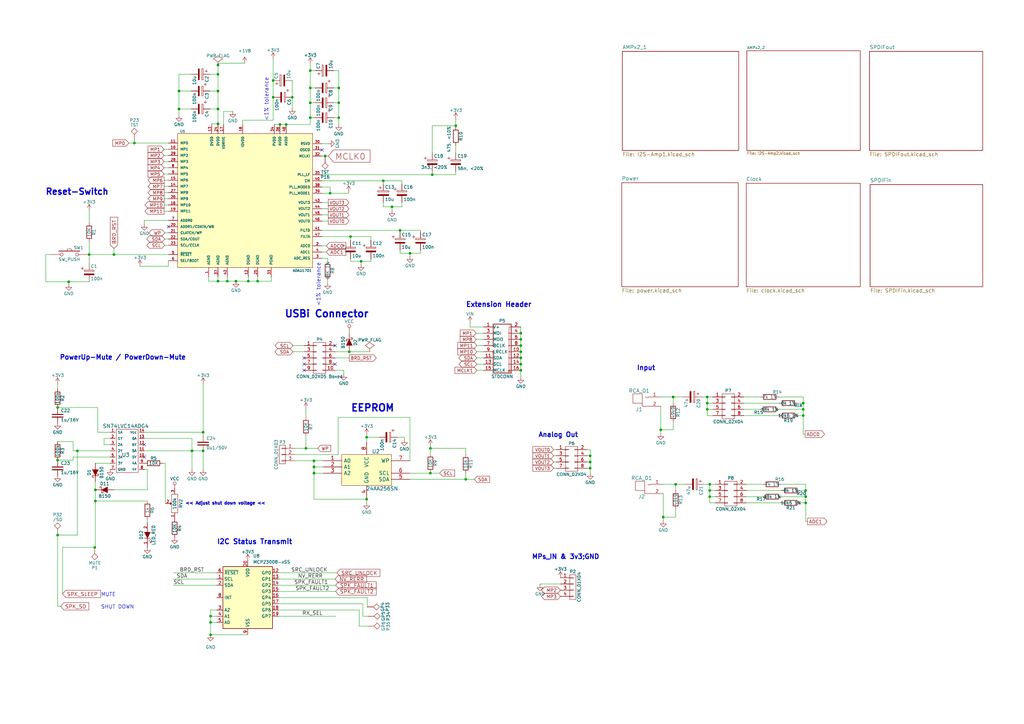
<source format=kicad_sch>
(kicad_sch (version 20230121) (generator eeschema)
  (paper "A3")
  (title_block (title "freeDSP-AiO") (date "2018-08-09") (rev "V1.0") (company "TUD") (comment 1 "Friedrich, Hoffmann, Kaiser, Schindler") (comment 2 "Hauptseminar Kommunikationsnetze"))
  (junction (at 330.454 201.168))
  (junction (at 119.888 39.878))
  (junction (at 272.034 212.09))
  (junction (at 242.062 192.024))
  (junction (at 329.438 165.354))
  (junction (at 127.254 36.068))
  (junction (at 127.254 42.164))
  (junction (at 191.008 196.596))
  (junction (at 117.348 51.054))
  (junction (at 138.938 36.068))
  (junction (at 168.148 103.886))
  (junction (at 143.764 97.028))
  (junction (at 31.75 184.912))
  (junction (at 128.778 194.056))
  (junction (at 176.53 194.056))
  (junction (at 148.082 107.188))
  (junction (at 276.098 162.814))
  (junction (at 39.116 205.486))
  (junction (at 330.454 203.708))
  (junction (at 89.408 26.67))
  (junction (at 291.084 201.168))
  (junction (at 213.614 149.352))
  (junction (at 213.614 151.892))
  (junction (at 73.406 37.338))
  (junction (at 164.084 94.488))
  (junction (at 23.622 219.456))
  (junction (at 291.084 198.628))
  (junction (at 186.944 51.562))
  (junction (at 128.778 188.976))
  (junction (at 213.614 144.272))
  (junction (at 242.062 186.944))
  (junction (at 112.014 33.02))
  (junction (at 291.084 203.708))
  (junction (at 89.408 44.704))
  (junction (at 101.854 115.316))
  (junction (at 125.476 183.896))
  (junction (at 290.068 165.354))
  (junction (at 83.312 184.912))
  (junction (at 83.312 177.292))
  (junction (at 133.35 64.008))
  (junction (at 277.114 198.628))
  (junction (at 114.808 51.054))
  (junction (at 242.062 189.484))
  (junction (at 36.576 104.394))
  (junction (at 176.53 183.896))
  (junction (at 89.408 115.316))
  (junction (at 213.614 141.732))
  (junction (at 290.068 162.814))
  (junction (at 157.226 74.168))
  (junction (at 213.614 146.812))
  (junction (at 290.068 167.894))
  (junction (at 89.408 37.338))
  (junction (at 23.622 188.722))
  (junction (at 89.408 30.48))
  (junction (at 86.36 255.27))
  (junction (at 329.438 170.434))
  (junction (at 135.382 79.248))
  (junction (at 39.116 200.914))
  (junction (at 73.406 44.704))
  (junction (at 105.664 115.316))
  (junction (at 330.454 206.248))
  (junction (at 86.36 260.35))
  (junction (at 93.218 115.316))
  (junction (at 28.194 115.57))
  (junction (at 329.438 167.894))
  (junction (at 46.736 104.394))
  (junction (at 271.018 176.276))
  (junction (at 78.74 184.912))
  (junction (at 138.938 42.164))
  (junction (at 160.782 84.836))
  (junction (at 143.256 144.272))
  (junction (at 112.014 39.878))
  (junction (at 89.408 50.8))
  (junction (at 127.254 28.956))
  (junction (at 128.778 191.516))
  (junction (at 138.938 48.26))
  (junction (at 55.118 58.674))
  (junction (at 38.862 224.536))
  (junction (at 177.292 71.628))
  (junction (at 86.36 252.73))
  (junction (at 213.614 136.652))
  (junction (at 150.368 204.724))
  (junction (at 213.614 139.192))
  (junction (at 150.368 179.324))
  (junction (at 23.622 167.132))
  (junction (at 96.774 115.316))
  (junction (at 127.254 48.26))
  (no_connect (at 59.182 182.372))
  (no_connect (at 124.714 151.892))
  (no_connect (at 69.088 92.964))
  (no_connect (at 137.414 149.352))
  (no_connect (at 137.414 141.732))
  (no_connect (at 124.714 146.812))
  (no_connect (at 132.08 61.468))
  (no_connect (at 59.182 187.452))
  (no_connect (at 124.714 149.352))
  (wire (pts (xy 60.452 213.106) (xy 60.452 214.376)))
  (wire (pts (xy 91.694 45.72) (xy 95.504 45.72)))
  (wire (pts (xy 242.062 192.024) (xy 240.792 192.024)))
  (wire (pts (xy 45.212 184.912) (xy 31.75 184.912)))
  (wire (pts (xy 67.564 95.504) (xy 69.088 95.504)))
  (wire (pts (xy 36.576 104.394) (xy 36.576 107.95)))
  (wire (pts (xy 330.454 206.248) (xy 330.454 213.868)))
  (wire (pts (xy 86.36 250.19) (xy 88.9 250.19)))
  (wire (pts (xy 114.808 51.054) (xy 117.348 51.054)))
  (wire (pts (xy 132.08 100.838) (xy 133.858 100.838)))
  (wire (pts (xy 157.226 84.836) (xy 160.782 84.836)))
  (wire (pts (xy 89.408 37.338) (xy 89.408 44.704)))
  (wire (pts (xy 277.114 208.788) (xy 277.114 212.09)))
  (wire (pts (xy 177.292 62.738) (xy 177.292 51.562)))
  (wire (pts (xy 120.904 186.436) (xy 138.684 186.436)))
  (wire (pts (xy 127.254 36.068) (xy 127.254 28.956)))
  (wire (pts (xy 20.828 104.394) (xy 18.796 104.394)))
  (wire (pts (xy 290.068 170.434) (xy 292.354 170.434)))
  (wire (pts (xy 40.132 177.292) (xy 45.212 177.292)))
  (wire (pts (xy 213.614 136.652) (xy 213.614 139.192)))
  (wire (pts (xy 329.438 170.434) (xy 329.438 178.054)))
  (wire (pts (xy 78.486 37.338) (xy 73.406 37.338)))
  (wire (pts (xy 328.168 201.168) (xy 330.454 201.168)))
  (wire (pts (xy 143.002 79.248) (xy 143.002 78.74)))
  (wire (pts (xy 177.292 51.562) (xy 186.944 51.562)))
  (wire (pts (xy 86.36 252.73) (xy 86.36 255.27)))
  (wire (pts (xy 55.118 57.658) (xy 55.118 58.674)))
  (wire (pts (xy 89.408 113.538) (xy 89.408 115.316)))
  (wire (pts (xy 147.32 250.19) (xy 147.32 256.794)))
  (wire (pts (xy 71.12 237.49) (xy 88.9 237.49)))
  (wire (pts (xy 36.068 104.394) (xy 36.576 104.394)))
  (wire (pts (xy 148.082 108.458) (xy 148.082 107.188)))
  (wire (pts (xy 73.406 30.48) (xy 73.406 37.338)))
  (wire (pts (xy 42.672 182.372) (xy 45.212 182.372)))
  (wire (pts (xy 67.31 73.914) (xy 69.088 73.914)))
  (wire (pts (xy 128.778 204.724) (xy 150.368 204.724)))
  (wire (pts (xy 125.476 167.64) (xy 125.476 171.196)))
  (wire (pts (xy 140.97 151.892) (xy 140.97 153.416)))
  (wire (pts (xy 213.614 139.192) (xy 213.614 141.732)))
  (wire (pts (xy 117.348 51.054) (xy 127.254 51.054)))
  (wire (pts (xy 305.054 170.434) (xy 319.532 170.434)))
  (wire (pts (xy 272.034 212.09) (xy 272.034 213.614)))
  (wire (pts (xy 168.148 171.196) (xy 168.148 188.976)))
  (wire (pts (xy 329.438 162.814) (xy 329.438 165.354)))
  (wire (pts (xy 164.084 94.488) (xy 172.466 94.488)))
  (wire (pts (xy 242.062 186.944) (xy 242.062 189.484)))
  (wire (pts (xy 176.53 194.056) (xy 180.34 194.056)))
  (wire (pts (xy 132.08 90.678) (xy 134.62 90.678)))
  (wire (pts (xy 150.368 178.308) (xy 150.368 179.324)))
  (wire (pts (xy 242.062 192.024) (xy 242.062 194.056)))
  (wire (pts (xy 276.098 162.814) (xy 280.162 162.814)))
  (wire (pts (xy 125.476 183.896) (xy 130.302 183.896)))
  (wire (pts (xy 271.018 162.814) (xy 276.098 162.814)))
  (wire (pts (xy 195.326 139.192) (xy 198.374 139.192)))
  (wire (pts (xy 31.75 219.456) (xy 31.75 184.912)))
  (wire (pts (xy 105.664 115.316) (xy 105.664 113.538)))
  (wire (pts (xy 89.408 115.316) (xy 93.218 115.316)))
  (wire (pts (xy 36.576 99.06) (xy 36.576 104.394)))
  (wire (pts (xy 67.564 98.044) (xy 69.088 98.044)))
  (wire (pts (xy 305.054 165.354) (xy 319.532 165.354)))
  (wire (pts (xy 119.888 33.02) (xy 119.888 39.878)))
  (wire (pts (xy 148.844 252.73) (xy 150.876 252.73)))
  (wire (pts (xy 186.944 71.628) (xy 186.944 70.358)))
  (wire (pts (xy 213.614 146.812) (xy 213.614 149.352)))
  (wire (pts (xy 112.014 49.276) (xy 99.568 49.276)))
  (wire (pts (xy 127.254 42.164) (xy 127.254 36.068)))
  (wire (pts (xy 67.31 61.214) (xy 69.088 61.214)))
  (wire (pts (xy 67.31 71.374) (xy 69.088 71.374)))
  (wire (pts (xy 288.798 198.628) (xy 291.084 198.628)))
  (wire (pts (xy 25.654 224.536) (xy 25.654 243.586)))
  (wire (pts (xy 71.12 240.03) (xy 88.9 240.03)))
  (wire (pts (xy 242.062 189.484) (xy 242.062 192.024)))
  (wire (pts (xy 23.622 167.132) (xy 40.132 167.132)))
  (wire (pts (xy 227.076 186.944) (xy 228.092 186.944)))
  (wire (pts (xy 143.764 97.028) (xy 143.764 98.552)))
  (wire (pts (xy 195.58 146.812) (xy 198.374 146.812)))
  (wire (pts (xy 111.252 115.316) (xy 111.252 113.538)))
  (wire (pts (xy 136.906 36.068) (xy 138.938 36.068)))
  (wire (pts (xy 150.622 245.11) (xy 150.622 248.92)))
  (wire (pts (xy 78.74 179.832) (xy 78.74 184.912)))
  (wire (pts (xy 135.382 79.248) (xy 143.002 79.248)))
  (wire (pts (xy 128.778 194.056) (xy 128.778 204.724)))
  (wire (pts (xy 125.476 178.816) (xy 125.476 183.896)))
  (wire (pts (xy 186.944 59.69) (xy 186.944 62.738)))
  (wire (pts (xy 57.404 109.22) (xy 69.088 109.22)))
  (wire (pts (xy 55.118 58.674) (xy 69.088 58.674)))
  (wire (pts (xy 136.906 48.26) (xy 138.938 48.26)))
  (wire (pts (xy 290.068 162.814) (xy 292.354 162.814)))
  (wire (pts (xy 127.254 51.054) (xy 127.254 48.26)))
  (wire (pts (xy 127.254 36.068) (xy 129.286 36.068)))
  (wire (pts (xy 191.008 183.896) (xy 191.008 186.436)))
  (wire (pts (xy 67.31 68.834) (xy 69.088 68.834)))
  (wire (pts (xy 271.018 176.276) (xy 271.018 177.8)))
  (wire (pts (xy 86.868 50.8) (xy 89.408 50.8)))
  (wire (pts (xy 291.084 201.168) (xy 293.37 201.168)))
  (wire (pts (xy 67.818 189.992) (xy 67.818 206.502)))
  (wire (pts (xy 291.084 198.628) (xy 293.37 198.628)))
  (wire (pts (xy 164.846 84.836) (xy 164.846 83.058)))
  (wire (pts (xy 132.08 74.168) (xy 157.226 74.168)))
  (wire (pts (xy 86.36 260.35) (xy 101.6 260.35)))
  (wire (pts (xy 23.622 181.102) (xy 29.972 181.102)))
  (wire (pts (xy 155.448 179.324) (xy 150.368 179.324)))
  (wire (pts (xy 78.74 184.912) (xy 78.74 192.532)))
  (wire (pts (xy 136.906 42.164) (xy 138.938 42.164)))
  (wire (pts (xy 290.068 165.354) (xy 290.068 167.894)))
  (wire (pts (xy 213.614 141.732) (xy 213.614 144.272)))
  (wire (pts (xy 78.486 44.704) (xy 73.406 44.704)))
  (wire (pts (xy 152.146 97.028) (xy 152.146 98.552)))
  (wire (pts (xy 23.622 157.48) (xy 23.622 159.512)))
  (wire (pts (xy 164.084 102.616) (xy 164.084 103.886)))
  (wire (pts (xy 305.054 167.894) (xy 311.912 167.894)))
  (wire (pts (xy 73.406 44.704) (xy 73.406 47.244)))
  (wire (pts (xy 101.854 113.538) (xy 101.854 115.316)))
  (wire (pts (xy 150.368 204.724) (xy 150.368 206.248)))
  (wire (pts (xy 67.31 78.994) (xy 69.088 78.994)))
  (wire (pts (xy 306.07 198.628) (xy 312.928 198.628)))
  (wire (pts (xy 172.466 94.488) (xy 172.466 94.996)))
  (wire (pts (xy 290.068 167.894) (xy 290.068 170.434)))
  (wire (pts (xy 271.018 166.624) (xy 271.018 176.276)))
  (wire (pts (xy 329.438 167.894) (xy 329.438 170.434)))
  (wire (pts (xy 287.782 162.814) (xy 290.068 162.814)))
  (wire (pts (xy 330.454 203.708) (xy 330.454 206.248)))
  (wire (pts (xy 39.116 197.612) (xy 39.116 200.914)))
  (wire (pts (xy 192.786 134.112) (xy 198.374 134.112)))
  (wire (pts (xy 143.764 107.188) (xy 148.082 107.188)))
  (wire (pts (xy 42.672 179.832) (xy 42.672 182.372)))
  (wire (pts (xy 148.844 247.65) (xy 148.844 252.73)))
  (wire (pts (xy 306.07 201.168) (xy 320.548 201.168)))
  (wire (pts (xy 112.014 33.02) (xy 112.014 39.878)))
  (wire (pts (xy 85.598 113.538) (xy 85.598 115.316)))
  (wire (pts (xy 46.736 101.854) (xy 46.736 104.394)))
  (wire (pts (xy 112.014 39.878) (xy 112.014 49.276)))
  (wire (pts (xy 276.098 176.276) (xy 271.018 176.276)))
  (wire (pts (xy 120.904 183.896) (xy 125.476 183.896)))
  (wire (pts (xy 138.684 186.436) (xy 138.684 171.196)))
  (wire (pts (xy 291.084 203.708) (xy 291.084 206.248)))
  (wire (pts (xy 96.774 115.316) (xy 101.854 115.316)))
  (wire (pts (xy 83.312 177.292) (xy 83.312 178.562)))
  (wire (pts (xy 69.088 109.22) (xy 69.088 106.934)))
  (wire (pts (xy 291.084 198.628) (xy 291.084 201.168)))
  (wire (pts (xy 28.194 115.57) (xy 28.194 116.586)))
  (wire (pts (xy 128.778 191.516) (xy 132.588 191.516)))
  (wire (pts (xy 23.622 248.666) (xy 24.892 248.666)))
  (wire (pts (xy 163.068 179.324) (xy 165.862 179.324)))
  (wire (pts (xy 18.796 115.57) (xy 28.194 115.57)))
  (wire (pts (xy 329.438 165.354) (xy 329.438 167.894)))
  (wire (pts (xy 143.256 144.272) (xy 151.638 144.272)))
  (wire (pts (xy 164.084 103.886) (xy 168.148 103.886)))
  (wire (pts (xy 176.53 194.056) (xy 176.53 193.802)))
  (wire (pts (xy 134.366 116.078) (xy 134.366 114.808)))
  (wire (pts (xy 127.254 48.26) (xy 127.254 42.164)))
  (wire (pts (xy 186.944 48.768) (xy 186.944 51.562)))
  (wire (pts (xy 164.846 74.168) (xy 164.846 75.438)))
  (wire (pts (xy 86.36 252.73) (xy 88.9 252.73)))
  (wire (pts (xy 150.368 179.324) (xy 150.368 181.356)))
  (wire (pts (xy 29.972 187.452) (xy 45.212 187.452)))
  (wire (pts (xy 176.53 183.896) (xy 176.53 186.182)))
  (wire (pts (xy 195.326 136.652) (xy 198.374 136.652)))
  (wire (pts (xy 319.532 162.814) (xy 329.438 162.814)))
  (wire (pts (xy 29.972 184.912) (xy 29.972 181.102)))
  (wire (pts (xy 221.488 239.522) (xy 229.87 239.522)))
  (wire (pts (xy 132.08 88.138) (xy 134.62 88.138)))
  (wire (pts (xy 46.736 200.914) (xy 60.452 200.914)))
  (wire (pts (xy 143.764 97.028) (xy 152.146 97.028)))
  (wire (pts (xy 36.576 104.394) (xy 46.736 104.394)))
  (wire (pts (xy 39.116 224.536) (xy 39.116 205.486)))
  (wire (pts (xy 134.366 107.188) (xy 134.366 105.918)))
  (wire (pts (xy 191.008 196.596) (xy 194.564 196.596)))
  (wire (pts (xy 60.452 192.532) (xy 60.452 200.914)))
  (wire (pts (xy 152.146 107.188) (xy 152.146 106.172)))
  (wire (pts (xy 132.08 85.598) (xy 134.62 85.598)))
  (wire (pts (xy 227.076 184.404) (xy 228.092 184.404)))
  (wire (pts (xy 213.614 134.112) (xy 213.614 136.652)))
  (wire (pts (xy 114.3 240.03) (xy 137.668 240.03)))
  (wire (pts (xy 39.116 189.992) (xy 45.212 189.992)))
  (wire (pts (xy 138.938 48.26) (xy 138.938 51.054)))
  (wire (pts (xy 40.132 167.132) (xy 40.132 177.292)))
  (wire (pts (xy 176.53 182.88) (xy 176.53 183.896)))
  (wire (pts (xy 138.684 171.196) (xy 168.148 171.196)))
  (wire (pts (xy 86.36 250.19) (xy 86.36 252.73)))
  (wire (pts (xy 89.408 30.48) (xy 89.408 37.338)))
  (wire (pts (xy 137.414 146.812) (xy 143.256 146.812)))
  (wire (pts (xy 165.862 179.324) (xy 165.862 180.34)))
  (wire (pts (xy 120.142 141.732) (xy 124.714 141.732)))
  (wire (pts (xy 168.148 105.156) (xy 168.148 103.886)))
  (wire (pts (xy 127.254 28.956) (xy 127.254 26.162)))
  (wire (pts (xy 120.142 144.272) (xy 124.714 144.272)))
  (wire (pts (xy 36.576 86.36) (xy 36.576 91.44)))
  (wire (pts (xy 86.106 37.338) (xy 89.408 37.338)))
  (wire (pts (xy 119.634 33.02) (xy 119.888 33.02)))
  (wire (pts (xy 127.254 48.26) (xy 129.286 48.26)))
  (wire (pts (xy 78.74 184.912) (xy 83.312 184.912)))
  (wire (pts (xy 67.31 66.294) (xy 69.088 66.294)))
  (wire (pts (xy 137.414 144.272) (xy 143.256 144.272)))
  (wire (pts (xy 172.466 103.886) (xy 172.466 102.616)))
  (wire (pts (xy 291.084 201.168) (xy 291.084 203.708)))
  (wire (pts (xy 71.12 234.95) (xy 88.9 234.95)))
  (wire (pts (xy 143.256 135.636) (xy 143.256 136.652)))
  (wire (pts (xy 119.888 39.878) (xy 119.888 44.45)))
  (wire (pts (xy 136.906 28.956) (xy 138.938 28.956)))
  (wire (pts (xy 319.532 167.894) (xy 329.438 167.894)))
  (wire (pts (xy 114.3 252.73) (xy 137.668 252.73)))
  (wire (pts (xy 86.868 50.8) (xy 86.868 51.054)))
  (wire (pts (xy 132.08 76.708) (xy 135.382 76.708)))
  (wire (pts (xy 157.226 74.168) (xy 164.846 74.168)))
  (wire (pts (xy 89.408 25.908) (xy 89.408 26.67)))
  (wire (pts (xy 105.664 115.316) (xy 111.252 115.316)))
  (wire (pts (xy 240.792 184.404) (xy 242.062 184.404)))
  (wire (pts (xy 59.182 91.948) (xy 59.182 90.424)))
  (wire (pts (xy 240.792 189.484) (xy 242.062 189.484)))
  (wire (pts (xy 128.778 188.976) (xy 128.778 191.516)))
  (wire (pts (xy 329.438 178.054) (xy 330.2 178.054)))
  (wire (pts (xy 23.622 219.456) (xy 23.622 248.666)))
  (wire (pts (xy 67.31 86.614) (xy 69.088 86.614)))
  (wire (pts (xy 240.792 186.944) (xy 242.062 186.944)))
  (wire (pts (xy 242.062 184.404) (xy 242.062 186.944)))
  (wire (pts (xy 112.014 39.878) (xy 112.268 39.878)))
  (wire (pts (xy 177.292 70.358) (xy 177.292 71.628)))
  (wire (pts (xy 85.598 115.316) (xy 89.408 115.316)))
  (wire (pts (xy 114.3 247.65) (xy 148.844 247.65)))
  (wire (pts (xy 138.938 28.956) (xy 138.938 36.068)))
  (wire (pts (xy 330.454 213.868) (xy 331.216 213.868)))
  (wire (pts (xy 67.31 81.534) (xy 69.088 81.534)))
  (wire (pts (xy 132.08 83.058) (xy 134.62 83.058)))
  (wire (pts (xy 132.08 94.488) (xy 164.084 94.488)))
  (wire (pts (xy 147.32 256.794) (xy 150.876 256.794)))
  (wire (pts (xy 18.796 104.394) (xy 18.796 115.57)))
  (wire (pts (xy 28.194 115.57) (xy 36.576 115.57)))
  (wire (pts (xy 93.218 115.316) (xy 96.774 115.316)))
  (wire (pts (xy 59.182 179.832) (xy 78.74 179.832)))
  (wire (pts (xy 138.938 42.164) (xy 138.938 48.26)))
  (wire (pts (xy 23.622 219.456) (xy 31.75 219.456)))
  (wire (pts (xy 168.148 196.596) (xy 191.008 196.596)))
  (wire (pts (xy 132.08 103.378) (xy 133.858 103.378)))
  (wire (pts (xy 67.31 76.454) (xy 69.088 76.454)))
  (wire (pts (xy 114.3 242.57) (xy 137.668 242.57)))
  (wire (pts (xy 73.406 37.338) (xy 73.406 44.704)))
  (wire (pts (xy 195.58 144.272) (xy 198.374 144.272)))
  (wire (pts (xy 134.366 105.918) (xy 132.08 105.918)))
  (wire (pts (xy 157.226 83.058) (xy 157.226 84.836)))
  (wire (pts (xy 83.312 157.48) (xy 83.312 177.292)))
  (wire (pts (xy 277.114 212.09) (xy 272.034 212.09)))
  (wire (pts (xy 132.08 79.248) (xy 135.382 79.248)))
  (wire (pts (xy 160.782 86.36) (xy 160.782 84.836)))
  (wire (pts (xy 101.854 115.316) (xy 105.664 115.316)))
  (wire (pts (xy 150.368 204.216) (xy 150.368 204.724)))
  (wire (pts (xy 306.07 203.708) (xy 312.928 203.708)))
  (wire (pts (xy 320.548 198.628) (xy 330.454 198.628)))
  (wire (pts (xy 120.904 188.976) (xy 128.778 188.976)))
  (wire (pts (xy 227.076 189.484) (xy 228.092 189.484)))
  (wire (pts (xy 39.116 205.486) (xy 60.452 205.486)))
  (wire (pts (xy 327.152 170.434) (xy 329.438 170.434)))
  (wire (pts (xy 132.08 71.628) (xy 177.292 71.628)))
  (wire (pts (xy 327.152 165.354) (xy 329.438 165.354)))
  (wire (pts (xy 137.414 151.892) (xy 140.97 151.892)))
  (wire (pts (xy 128.778 194.056) (xy 132.588 194.056)))
  (wire (pts (xy 112.522 51.054) (xy 114.808 51.054)))
  (wire (pts (xy 291.084 203.708) (xy 293.37 203.708)))
  (wire (pts (xy 39.116 200.914) (xy 39.37 200.914)))
  (wire (pts (xy 164.084 94.488) (xy 164.084 94.996)))
  (wire (pts (xy 213.614 144.272) (xy 213.614 146.812)))
  (wire (pts (xy 227.076 192.024) (xy 228.092 192.024)))
  (wire (pts (xy 89.408 25.908) (xy 100.33 25.908)))
  (wire (pts (xy 86.36 255.27) (xy 86.36 260.35)))
  (wire (pts (xy 52.832 58.674) (xy 55.118 58.674)))
  (wire (pts (xy 114.3 237.49) (xy 137.414 237.49)))
  (wire (pts (xy 114.3 250.19) (xy 147.32 250.19)))
  (wire (pts (xy 168.148 194.056) (xy 176.53 194.056)))
  (wire (pts (xy 23.622 188.722) (xy 29.972 188.722)))
  (wire (pts (xy 290.068 165.354) (xy 292.354 165.354)))
  (wire (pts (xy 127.254 28.956) (xy 129.286 28.956)))
  (wire (pts (xy 191.008 196.596) (xy 191.008 194.056)))
  (wire (pts (xy 276.098 172.974) (xy 276.098 176.276)))
  (wire (pts (xy 305.054 162.814) (xy 311.912 162.814)))
  (wire (pts (xy 330.454 198.628) (xy 330.454 201.168)))
  (wire (pts (xy 83.312 192.532) (xy 83.312 184.912)))
  (wire (pts (xy 86.106 44.704) (xy 89.408 44.704)))
  (wire (pts (xy 291.084 206.248) (xy 293.37 206.248)))
  (wire (pts (xy 45.212 179.832) (xy 42.672 179.832)))
  (wire (pts (xy 160.782 84.836) (xy 164.846 84.836)))
  (wire (pts (xy 86.36 255.27) (xy 88.9 255.27)))
  (wire (pts (xy 157.226 74.168) (xy 157.226 75.438)))
  (wire (pts (xy 31.75 184.912) (xy 29.972 184.912)))
  (wire (pts (xy 46.736 104.394) (xy 69.088 104.394)))
  (wire (pts (xy 25.654 224.536) (xy 38.862 224.536)))
  (wire (pts (xy 290.068 167.894) (xy 292.354 167.894)))
  (wire (pts (xy 59.182 184.912) (xy 78.74 184.912)))
  (wire (pts (xy 195.58 149.352) (xy 198.374 149.352)))
  (wire (pts (xy 135.382 76.708) (xy 135.382 79.248)))
  (wire (pts (xy 148.082 107.188) (xy 152.146 107.188)))
  (wire (pts (xy 112.014 24.13) (xy 112.014 33.02)))
  (wire (pts (xy 276.098 165.354) (xy 276.098 162.814)))
  (wire (pts (xy 132.08 58.928) (xy 134.62 58.928)))
  (wire (pts (xy 60.452 192.532) (xy 59.182 192.532)))
  (wire (pts (xy 114.3 245.11) (xy 150.622 245.11)))
  (wire (pts (xy 78.486 30.48) (xy 73.406 30.48)))
  (wire (pts (xy 272.034 202.438) (xy 272.034 212.09)))
  (wire (pts (xy 132.08 97.028) (xy 143.764 97.028)))
  (wire (pts (xy 86.106 30.48) (xy 89.408 30.48)))
  (wire (pts (xy 195.58 141.732) (xy 198.374 141.732)))
  (wire (pts (xy 29.972 188.722) (xy 29.972 187.452)))
  (wire (pts (xy 221.488 239.776) (xy 221.488 239.522)))
  (wire (pts (xy 93.218 115.316) (xy 93.218 113.538)))
  (wire (pts (xy 176.53 183.896) (xy 191.008 183.896)))
  (wire (pts (xy 133.35 64.008) (xy 134.62 64.008)))
  (wire (pts (xy 290.068 162.814) (xy 290.068 165.354)))
  (wire (pts (xy 128.778 188.976) (xy 132.588 188.976)))
  (wire (pts (xy 39.116 205.486) (xy 39.116 200.914)))
  (wire (pts (xy 277.114 198.628) (xy 281.178 198.628)))
  (wire (pts (xy 89.408 26.67) (xy 89.408 30.48)))
  (wire (pts (xy 67.31 63.754) (xy 69.088 63.754)))
  (wire (pts (xy 328.168 206.248) (xy 330.454 206.248)))
  (wire (pts (xy 38.862 224.536) (xy 39.116 224.536)))
  (wire (pts (xy 272.034 198.628) (xy 277.114 198.628)))
  (wire (pts (xy 89.408 44.704) (xy 89.408 50.8)))
  (wire (pts (xy 59.182 90.424) (xy 69.088 90.424)))
  (wire (pts (xy 192.786 132.334) (xy 192.786 134.112)))
  (wire (pts (xy 143.764 106.172) (xy 143.764 107.188)))
  (wire (pts (xy 168.148 103.886) (xy 172.466 103.886)))
  (wire (pts (xy 277.114 201.168) (xy 277.114 198.628)))
  (wire (pts (xy 91.694 45.72) (xy 91.694 51.054)))
  (wire (pts (xy 138.938 36.068) (xy 138.938 42.164)))
  (wire (pts (xy 195.58 151.892) (xy 198.374 151.892)))
  (wire (pts (xy 67.564 100.584) (xy 69.088 100.584)))
  (wire (pts (xy 133.35 64.262) (xy 133.35 64.008)))
  (wire (pts (xy 213.614 151.892) (xy 213.614 154.686)))
  (wire (pts (xy 186.944 51.562) (xy 186.944 52.07)))
  (wire (pts (xy 67.31 84.074) (xy 69.088 84.074)))
  (wire (pts (xy 127.254 42.164) (xy 129.286 42.164)))
  (wire (pts (xy 306.07 206.248) (xy 320.548 206.248)))
  (wire (pts (xy 177.292 71.628) (xy 186.944 71.628)))
  (wire (pts (xy 128.778 191.516) (xy 128.778 194.056)))
  (wire (pts (xy 59.182 177.292) (xy 83.312 177.292)))
  (wire (pts (xy 99.568 49.276) (xy 99.568 51.054)))
  (wire (pts (xy 320.548 203.708) (xy 330.454 203.708)))
  (wire (pts (xy 138.176 234.95) (xy 114.3 234.95)))
  (wire (pts (xy 330.454 201.168) (xy 330.454 203.708)))
  (wire (pts (xy 132.08 64.008) (xy 133.35 64.008)))
  (wire (pts (xy 89.408 50.8) (xy 89.408 51.054)))
  (wire (pts (xy 213.614 149.352) (xy 213.614 151.892)))
  (wire (pts (xy 66.802 189.992) (xy 67.818 189.992)))
  (text "MPs_IN & 3v3;GND" (at 218.059 229.616 0) (effects (font (size 1.9304 1.9304) (thickness 0.3861) bold) (justify left bottom)))
  (text "PowerUp-Mute / PowerDown-Mute" (at 24.384 147.828 0) (effects (font (size 1.9304 1.9304) (thickness 0.3861) bold) (justify left bottom)))
  (text "I2C Status Transmit" (at 88.9 223.52 0) (effects (font (size 2.032 2.032) (thickness 0.4064) bold) (justify left bottom)))
  (text "MUTE" (at 41.402 244.856 0) (effects (font (size 1.524 1.524)) (justify left bottom)))
  (text "Extension Header" (at 191.008 126.238 0) (effects (font (size 2.032 2.032) (thickness 0.4064) bold) (justify left bottom)))
  (text "Analog Out" (at 220.726 179.578 0) (effects (font (size 1.9304 1.9304) (thickness 0.3861) bold) (justify left bottom)))
  (text "USBi Connector" (at 116.586 130.556 0) (effects (font (size 2.8956 2.8956) (thickness 0.5791) bold) (justify left bottom)))
  (text "<< Adjust shut down voltage <<" (at 75.946 207.264 0) (effects (font (size 1.27 1.27) (thickness 0.3861) bold) (justify left bottom)))
  (text "SHUT DOWN" (at 41.402 249.936 0) (effects (font (size 1.524 1.524)) (justify left bottom)))
  (text "Reset-Switch" (at 18.542 80.264 0) (effects (font (size 2.5146 2.5146) (thickness 0.5029) bold) (justify left bottom)))
  (text "Input" (at 261.112 152.146 0) (effects (font (size 1.9304 1.9304) (thickness 0.3861) bold) (justify left bottom)))
  (text "<1% tolerance" (at 131.572 107.696 90) (effects (font (size 1.6002 1.6002)) (justify right bottom)))
  (text "<1% tolerance" (at 110.236 31.75 90) (effects (font (size 1.6002 1.6002)) (justify right bottom)))
  (text "EEPROM" (at 143.764 169.164 0) (effects (font (size 2.8956 2.8956) (thickness 0.5791) bold) (justify left bottom)))
  (label "SPK_FAULT1" (at 120.65 240.03 0) (effects (font (size 1.524 1.524))))
  (label "SRC_UNLOCK" (at 119.38 234.95 0) (effects (font (size 1.524 1.524))))
  (label "SPK_FAULT2" (at 121.158 242.57 0) (effects (font (size 1.524 1.524))))
  (label "BRD_RST" (at 73.66 234.95 0) (effects (font (size 1.524 1.524))))
  (label "NV_RERR" (at 122.174 237.49 0) (effects (font (size 1.524 1.524))))
  (label "RX_SEL" (at 123.952 252.73 0) (effects (font (size 1.524 1.524))))
  (label "SCL" (at 71.12 240.03 0) (effects (font (size 1.524 1.524))))
  (label "SDA" (at 72.39 237.49 0) (effects (font (size 1.524 1.524))))
  (global_label "MP9" (shape output) (at 67.31 81.534 180) (effects (font (size 1.3208 1.3208))) (property "Intersheetrefs" "${INTERSHEET_REFS}" (effects hide)))
  (global_label "VOUT0" (shape output) (at 134.62 90.678 0) (effects (font (size 1.2954 1.2954))) (property "Intersheetrefs" "${INTERSHEET_REFS}" (effects hide)))
  (global_label "MP8" (shape input) (at 195.326 139.192 180) (effects (font (size 1.3208 1.3208))) (property "Intersheetrefs" "${INTERSHEET_REFS}" (effects hide)))
  (global_label "SPK_SD" (shape input) (at 24.892 248.666 0) (effects (font (size 1.524 1.524))) (property "Intersheetrefs" "${INTERSHEET_REFS}" (effects hide)))
  (global_label "MP2" (shape input) (at 67.31 63.754 180) (effects (font (size 1.3208 1.3208))) (property "Intersheetrefs" "${INTERSHEET_REFS}" (effects hide)))
  (global_label "ADC1" (shape input) (at 133.858 103.378 0) (effects (font (size 1.397 1.397))) (property "Intersheetrefs" "${INTERSHEET_REFS}" (effects hide)))
  (global_label "SDA" (shape input) (at 194.564 196.596 0) (effects (font (size 1.3208 1.3208))) (property "Intersheetrefs" "${INTERSHEET_REFS}" (effects hide)))
  (global_label "SRC_UNLOCK" (shape input) (at 138.176 234.95 0) (effects (font (size 1.524 1.524))) (property "Intersheetrefs" "${INTERSHEET_REFS}" (effects hide)))
  (global_label "MP2" (shape bidirectional) (at 229.87 242.062 180) (effects (font (size 1.3208 1.3208))) (property "Intersheetrefs" "${INTERSHEET_REFS}" (effects hide)))
  (global_label "MCLK0" (shape input) (at 134.62 64.008 0) (effects (font (size 2.5146 2.5146))) (property "Intersheetrefs" "${INTERSHEET_REFS}" (effects hide)))
  (global_label "SDA" (shape bidirectional) (at 195.58 146.812 180) (effects (font (size 1.3208 1.3208))) (property "Intersheetrefs" "${INTERSHEET_REFS}" (effects hide)))
  (global_label "SCL" (shape bidirectional) (at 120.142 141.732 180) (effects (font (size 1.3208 1.3208))) (property "Intersheetrefs" "${INTERSHEET_REFS}" (effects hide)))
  (global_label "VOUT0" (shape input) (at 227.076 184.404 180) (effects (font (size 1.2954 1.2954))) (property "Intersheetrefs" "${INTERSHEET_REFS}" (effects hide)))
  (global_label "VOUT3" (shape input) (at 227.076 192.024 180) (effects (font (size 1.2954 1.2954))) (property "Intersheetrefs" "${INTERSHEET_REFS}" (effects hide)))
  (global_label "MP0" (shape input) (at 52.832 58.674 180) (effects (font (size 1.3208 1.3208))) (property "Intersheetrefs" "${INTERSHEET_REFS}" (effects hide)))
  (global_label "WP" (shape input) (at 130.302 183.896 0) (effects (font (size 1.3208 1.3208))) (property "Intersheetrefs" "${INTERSHEET_REFS}" (effects hide)))
  (global_label "MCLK1" (shape input) (at 195.58 151.892 180) (effects (font (size 1.3208 1.3208))) (property "Intersheetrefs" "${INTERSHEET_REFS}" (effects hide)))
  (global_label "MP11" (shape input) (at 195.58 141.732 180) (effects (font (size 1.3208 1.3208))) (property "Intersheetrefs" "${INTERSHEET_REFS}" (effects hide)))
  (global_label "SCL" (shape input) (at 180.34 194.056 0) (effects (font (size 1.3208 1.3208))) (property "Intersheetrefs" "${INTERSHEET_REFS}" (effects hide)))
  (global_label "ADC0" (shape output) (at 330.2 178.054 0) (effects (font (size 1.397 1.397))) (property "Intersheetrefs" "${INTERSHEET_REFS}" (effects hide)))
  (global_label "NV_RERR" (shape input) (at 137.414 237.49 0) (effects (font (size 1.524 1.524))) (property "Intersheetrefs" "${INTERSHEET_REFS}" (effects hide)))
  (global_label "MP11" (shape output) (at 67.31 86.614 180) (effects (font (size 1.3208 1.3208))) (property "Intersheetrefs" "${INTERSHEET_REFS}" (effects hide)))
  (global_label "MP3" (shape bidirectional) (at 229.87 244.602 180) (effects (font (size 1.3208 1.3208))) (property "Intersheetrefs" "${INTERSHEET_REFS}" (effects hide)))
  (global_label "ADC0" (shape input) (at 133.858 100.838 0) (effects (font (size 1.397 1.397))) (property "Intersheetrefs" "${INTERSHEET_REFS}" (effects hide)))
  (global_label "MP1" (shape input) (at 67.31 61.214 180) (effects (font (size 1.3208 1.3208))) (property "Intersheetrefs" "${INTERSHEET_REFS}" (effects hide)))
  (global_label "VOUT3" (shape output) (at 134.62 83.058 0) (effects (font (size 1.2954 1.2954))) (property "Intersheetrefs" "${INTERSHEET_REFS}" (effects hide)))
  (global_label "MP10" (shape output) (at 67.31 84.074 180) (effects (font (size 1.3208 1.3208))) (property "Intersheetrefs" "${INTERSHEET_REFS}" (effects hide)))
  (global_label "SPK_FAULT2" (shape input) (at 137.668 242.57 0) (effects (font (size 1.524 1.524))) (property "Intersheetrefs" "${INTERSHEET_REFS}" (effects hide)))
  (global_label "MP5" (shape input) (at 67.31 71.374 180) (effects (font (size 1.3208 1.3208))) (property "Intersheetrefs" "${INTERSHEET_REFS}" (effects hide)))
  (global_label "MP7" (shape output) (at 67.31 76.454 180) (effects (font (size 1.3208 1.3208))) (property "Intersheetrefs" "${INTERSHEET_REFS}" (effects hide)))
  (global_label "MP10" (shape input) (at 195.58 144.272 180) (effects (font (size 1.3208 1.3208))) (property "Intersheetrefs" "${INTERSHEET_REFS}" (effects hide)))
  (global_label "SDA" (shape bidirectional) (at 67.564 98.044 180) (effects (font (size 1.3208 1.3208))) (property "Intersheetrefs" "${INTERSHEET_REFS}" (effects hide)))
  (global_label "VOUT1" (shape output) (at 134.62 88.138 0) (effects (font (size 1.2954 1.2954))) (property "Intersheetrefs" "${INTERSHEET_REFS}" (effects hide)))
  (global_label "MP8" (shape output) (at 67.31 78.994 180) (effects (font (size 1.3208 1.3208))) (property "Intersheetrefs" "${INTERSHEET_REFS}" (effects hide)))
  (global_label "ADC1" (shape output) (at 331.216 213.868 0) (effects (font (size 1.397 1.397))) (property "Intersheetrefs" "${INTERSHEET_REFS}" (effects hide)))
  (global_label "BRD_RST" (shape output) (at 143.256 146.812 0) (effects (font (size 1.3208 1.3208))) (property "Intersheetrefs" "${INTERSHEET_REFS}" (effects hide)))
  (global_label "SCL" (shape bidirectional) (at 195.58 149.352 180) (effects (font (size 1.3208 1.3208))) (property "Intersheetrefs" "${INTERSHEET_REFS}" (effects hide)))
  (global_label "SPK_FAULT1" (shape input) (at 137.668 240.03 0) (effects (font (size 1.524 1.524))) (property "Intersheetrefs" "${INTERSHEET_REFS}" (effects hide)))
  (global_label "VOUT2" (shape input) (at 227.076 189.484 180) (effects (font (size 1.2954 1.2954))) (property "Intersheetrefs" "${INTERSHEET_REFS}" (effects hide)))
  (global_label "VOUT2" (shape output) (at 134.62 85.598 0) (effects (font (size 1.2954 1.2954))) (property "Intersheetrefs" "${INTERSHEET_REFS}" (effects hide)))
  (global_label "BRD_RST" (shape input) (at 46.736 101.854 90) (effects (font (size 1.524 1.524))) (property "Intersheetrefs" "${INTERSHEET_REFS}" (effects hide)))
  (global_label "WP" (shape bidirectional) (at 67.564 95.504 180) (effects (font (size 1.3208 1.3208))) (property "Intersheetrefs" "${INTERSHEET_REFS}" (effects hide)))
  (global_label "MP4" (shape input) (at 67.31 68.834 180) (effects (font (size 1.3208 1.3208))) (property "Intersheetrefs" "${INTERSHEET_REFS}" (effects hide)))
  (global_label "SCL" (shape bidirectional) (at 67.564 100.584 180) (effects (font (size 1.3208 1.3208))) (property "Intersheetrefs" "${INTERSHEET_REFS}" (effects hide)))
  (global_label "MP6" (shape output) (at 67.31 73.914 180) (effects (font (size 1.3208 1.3208))) (property "Intersheetrefs" "${INTERSHEET_REFS}" (effects hide)))
  (global_label "MP3" (shape input) (at 67.31 66.294 180) (effects (font (size 1.3208 1.3208))) (property "Intersheetrefs" "${INTERSHEET_REFS}" (effects hide)))
  (global_label "SDA" (shape bidirectional) (at 120.142 144.272 180) (effects (font (size 1.3208 1.3208))) (property "Intersheetrefs" "${INTERSHEET_REFS}" (effects hide)))
  (global_label "MP1" (shape input) (at 195.326 136.652 180) (effects (font (size 1.3208 1.3208))) (property "Intersheetrefs" "${INTERSHEET_REFS}" (effects hide)))
  (global_label "SPK_SLEEP" (shape input) (at 25.654 243.586 0) (effects (font (size 1.524 1.524))) (property "Intersheetrefs" "${INTERSHEET_REFS}" (effects hide)))
  (global_label "VOUT1" (shape input) (at 227.076 186.944 180) (effects (font (size 1.2954 1.2954))) (property "Intersheetrefs" "${INTERSHEET_REFS}" (effects hide)))
  (symbol (lib_id "smd_aio-rescue:ADAU1701") (at 100.584 82.296 0) (unit 1)
    (property "Reference" "U1" (at 74.93 53.848 0) (effects (font (size 1.016 1.016))))
    (property "Value" "ADAU1701" (at 123.952 110.998 0) (effects (font (size 1.016 1.016))))
    (property "Footprint" "fdsp_housing_new:LQFP-48_7x7mm_Pitch0.5mm" (effects hide))
  )
  (symbol (lib_id "smd_aio-rescue:GND") (at 96.774 115.316 0) (unit 1)
    (property "Reference" "#PWR01" (effects hide))
    (property "Value" "GND" (at 96.774 119.126 0))
  )
  (symbol (lib_id "smd_aio-rescue:+3V3") (at 57.404 109.22 0) (unit 1)
    (property "Reference" "#PWR02" (effects hide))
    (property "Value" "+3V3" (at 57.404 105.664 0))
  )
  (symbol (lib_id "smd_aio-rescue:SW_PUSH") (at 28.448 104.394 0) (unit 1)
    (property "Reference" "SW1" (at 32.258 101.6 0))
    (property "Value" "SW_PUSH" (at 28.448 106.426 0))
    (property "Footprint" "fdsp_housing_new:SW_PUSH_6mm" (effects hide))
  )
  (symbol (lib_id "MyLibrary:C") (at 36.576 111.76 0) (unit 1)
    (property "Reference" "C1" (at 37.211 109.22 0) (effects (justify left)))
    (property "Value" "100n" (at 37.211 114.3 0) (effects (justify left)))
    (property "Footprint" "fdsp_capacitor:C_1206_HandSoldering" (effects hide))
  )
  (symbol (lib_id "smd_aio-rescue:R") (at 36.576 95.25 0) (unit 1)
    (property "Reference" "R1" (at 38.608 95.25 90))
    (property "Value" "10K" (at 36.576 95.25 90))
    (property "Footprint" "fdsp_resistor:R_1206_HandSoldering" (effects hide))
  )
  (symbol (lib_id "smd_aio-rescue:+3V3") (at 36.576 86.36 0) (unit 1)
    (property "Reference" "#PWR03" (effects hide))
    (property "Value" "+3V3" (at 36.576 82.804 0))
  )
  (symbol (lib_id "smd_aio-rescue:GND") (at 28.194 116.586 0) (unit 1)
    (property "Reference" "#PWR04" (effects hide))
    (property "Value" "GND" (at 28.194 120.396 0))
  )
  (symbol (lib_id "MyLibrary:C") (at 82.296 44.704 270) (unit 1)
    (property "Reference" "C4" (at 84.836 45.339 0) (effects (justify left)))
    (property "Value" "100n" (at 79.756 45.339 0) (effects (justify left)))
    (property "Footprint" "fdsp_capacitor:C_1206_HandSoldering" (effects hide))
  )
  (symbol (lib_id "MyLibrary:C") (at 82.296 37.338 270) (unit 1)
    (property "Reference" "C3" (at 84.836 37.973 0) (effects (justify left)))
    (property "Value" "100n" (at 79.756 37.973 0) (effects (justify left)))
    (property "Footprint" "fdsp_capacitor:C_1206_HandSoldering" (effects hide))
  )
  (symbol (lib_id "smd_aio-rescue:CP") (at 82.296 30.48 270) (unit 1)
    (property "Reference" "C2" (at 84.836 31.115 0) (effects (justify left)))
    (property "Value" "10u" (at 79.756 31.115 0) (effects (justify left)))
    (property "Footprint" "fdsp_capacitor:C_Radial_D5_L11_P2" (effects hide))
  )
  (symbol (lib_id "smd_aio-rescue:PWR_FLAG") (at 89.408 26.67 0) (unit 1)
    (property "Reference" "#FLG05" (effects hide))
    (property "Value" "PWR_FLAG" (at 89.408 22.86 0))
  )
  (symbol (lib_id "smd_aio-rescue:CP") (at 115.824 33.02 90) (unit 1)
    (property "Reference" "C5" (at 113.284 32.385 0) (effects (justify left)))
    (property "Value" "10u" (at 118.364 32.385 0) (effects (justify left)))
    (property "Footprint" "fdsp_capacitor:C_Radial_D5_L11_P2" (effects hide))
  )
  (symbol (lib_id "MyLibrary:C") (at 116.078 39.878 270) (unit 1)
    (property "Reference" "C6" (at 118.618 40.513 0) (effects (justify left)))
    (property "Value" "100n" (at 113.538 40.513 0) (effects (justify left)))
    (property "Footprint" "fdsp_capacitor:C_1206_HandSoldering" (effects hide))
  )
  (symbol (lib_id "smd_aio-rescue:GND") (at 73.406 47.244 0) (unit 1)
    (property "Reference" "#PWR06" (effects hide))
    (property "Value" "GND" (at 73.406 51.054 0))
  )
  (symbol (lib_id "smd_aio-rescue:GND") (at 119.888 44.45 0) (unit 1)
    (property "Reference" "#PWR07" (effects hide))
    (property "Value" "GND" (at 119.888 48.26 0))
  )
  (symbol (lib_id "smd_aio-rescue:+3V3") (at 112.014 24.13 0) (unit 1)
    (property "Reference" "#PWR08" (effects hide))
    (property "Value" "+3V3" (at 112.014 20.574 0))
  )
  (symbol (lib_id "MyLibrary:C") (at 133.096 36.068 270) (unit 1)
    (property "Reference" "C8" (at 135.636 36.703 0) (effects (justify left)))
    (property "Value" "100n" (at 130.556 36.703 0) (effects (justify left)))
    (property "Footprint" "fdsp_capacitor:C_1206_HandSoldering" (effects hide))
  )
  (symbol (lib_id "MyLibrary:C") (at 133.096 42.164 270) (unit 1)
    (property "Reference" "C9" (at 135.636 42.799 0) (effects (justify left)))
    (property "Value" "100n" (at 130.556 42.799 0) (effects (justify left)))
    (property "Footprint" "fdsp_capacitor:C_1206_HandSoldering" (effects hide))
  )
  (symbol (lib_id "MyLibrary:C") (at 133.096 48.26 270) (unit 1)
    (property "Reference" "C10" (at 135.636 48.895 0) (effects (justify left)))
    (property "Value" "100n" (at 130.556 48.895 0) (effects (justify left)))
    (property "Footprint" "fdsp_capacitor:C_1206_HandSoldering" (effects hide))
  )
  (symbol (lib_id "smd_aio-rescue:CP") (at 133.096 28.956 90) (unit 1)
    (property "Reference" "C7" (at 130.556 28.321 0) (effects (justify left)))
    (property "Value" "10u" (at 135.636 28.321 0) (effects (justify left)))
    (property "Footprint" "fdsp_capacitor:C_Radial_D5_L11_P2" (effects hide))
  )
  (symbol (lib_id "smd_aio-rescue:+3V3") (at 127.254 26.162 0) (unit 1)
    (property "Reference" "#PWR09" (effects hide))
    (property "Value" "+3V3" (at 127.254 22.606 0))
  )
  (symbol (lib_id "smd_aio-rescue:GND") (at 138.938 51.054 0) (unit 1)
    (property "Reference" "#PWR010" (effects hide))
    (property "Value" "GND" (at 138.938 54.864 0))
  )
  (symbol (lib_id "smd_aio-rescue:GND") (at 134.62 58.928 90) (unit 1)
    (property "Reference" "#PWR011" (effects hide))
    (property "Value" "GND" (at 138.43 58.928 0))
  )
  (symbol (lib_id "smd_aio-rescue:+3V3") (at 186.944 48.768 0) (unit 1)
    (property "Reference" "#PWR012" (effects hide))
    (property "Value" "+3V3" (at 186.944 45.212 0))
  )
  (symbol (lib_id "smd_aio-rescue:R") (at 186.944 55.88 0) (unit 1)
    (property "Reference" "R10" (at 188.976 55.88 90))
    (property "Value" "475, <10%" (at 184.15 57.15 90))
    (property "Footprint" "fdsp_resistor:R_1206_HandSoldering" (effects hide))
  )
  (symbol (lib_id "MyLibrary:C") (at 177.292 66.548 0) (unit 1)
    (property "Reference" "C18" (at 177.927 64.008 0) (effects (justify left)))
    (property "Value" "3n3, <20%" (at 172.72 68.58 0) (effects (justify left)))
    (property "Footprint" "fdsp_capacitor:C_1206_HandSoldering" (effects hide))
  )
  (symbol (lib_id "MyLibrary:C") (at 186.944 66.548 0) (unit 1)
    (property "Reference" "C19" (at 187.579 64.008 0) (effects (justify left)))
    (property "Value" "56n, <20%" (at 187.579 69.088 0) (effects (justify left)))
    (property "Footprint" "fdsp_capacitor:C_1206_HandSoldering" (effects hide))
  )
  (symbol (lib_id "MyLibrary:C") (at 164.846 79.248 0) (unit 1)
    (property "Reference" "C16" (at 165.481 76.708 0) (effects (justify left)))
    (property "Value" "100n" (at 165.481 81.788 0) (effects (justify left)))
    (property "Footprint" "fdsp_capacitor:C_1206_HandSoldering" (effects hide))
  )
  (symbol (lib_id "smd_aio-rescue:CP") (at 157.226 79.248 0) (unit 1)
    (property "Reference" "C13" (at 157.861 76.708 0) (effects (justify left)))
    (property "Value" "10u" (at 157.861 81.788 0) (effects (justify left)))
    (property "Footprint" "fdsp_capacitor:C_Radial_D5_L11_P2" (effects hide))
  )
  (symbol (lib_id "smd_aio-rescue:+3V3") (at 143.002 78.74 0) (unit 1)
    (property "Reference" "#PWR013" (effects hide))
    (property "Value" "+3V3" (at 143.002 75.184 0))
  )
  (symbol (lib_id "smd_aio-rescue:GND") (at 160.782 86.36 0) (unit 1)
    (property "Reference" "#PWR014" (effects hide))
    (property "Value" "GND" (at 160.782 90.17 0))
  )
  (symbol (lib_id "MyLibrary:C") (at 143.764 102.362 0) (unit 1)
    (property "Reference" "C11" (at 144.399 99.822 0) (effects (justify left)))
    (property "Value" "10u" (at 144.399 104.902 0) (effects (justify left)))
    (property "Footprint" "fdsp_capacitor:C_1206_HandSoldering" (effects hide))
  )
  (symbol (lib_id "MyLibrary:C") (at 152.146 102.362 0) (unit 1)
    (property "Reference" "C12" (at 152.781 99.822 0) (effects (justify left)))
    (property "Value" "100n" (at 152.781 104.902 0) (effects (justify left)))
    (property "Footprint" "fdsp_capacitor:C_1206_HandSoldering" (effects hide))
  )
  (symbol (lib_id "MyLibrary:C") (at 164.084 98.806 0) (unit 1)
    (property "Reference" "C15" (at 164.719 96.266 0) (effects (justify left)))
    (property "Value" "10u" (at 164.719 101.346 0) (effects (justify left)))
    (property "Footprint" "fdsp_capacitor:C_1206_HandSoldering" (effects hide))
  )
  (symbol (lib_id "MyLibrary:C") (at 172.466 98.806 0) (unit 1)
    (property "Reference" "C17" (at 173.101 96.266 0) (effects (justify left)))
    (property "Value" "100n" (at 173.101 101.346 0) (effects (justify left)))
    (property "Footprint" "fdsp_capacitor:C_1206_HandSoldering" (effects hide))
  )
  (symbol (lib_id "smd_aio-rescue:GND") (at 148.082 108.458 0) (unit 1)
    (property "Reference" "#PWR015" (effects hide))
    (property "Value" "GND" (at 148.082 112.268 0))
  )
  (symbol (lib_id "smd_aio-rescue:GND") (at 168.148 105.156 0) (unit 1)
    (property "Reference" "#PWR016" (effects hide))
    (property "Value" "GND" (at 168.148 108.966 0))
  )
  (symbol (lib_id "smd_aio-rescue:R") (at 134.366 110.998 0) (unit 1)
    (property "Reference" "R8" (at 136.398 110.998 90))
    (property "Value" "18K 1%" (at 134.366 110.998 90))
    (property "Footprint" "fdsp_resistor:R_1206_HandSoldering" (effects hide))
  )
  (symbol (lib_id "smd_aio-rescue:GND") (at 134.366 116.078 0) (unit 1)
    (property "Reference" "#PWR017" (effects hide))
    (property "Value" "GND" (at 134.366 119.888 0))
  )
  (symbol (lib_id "smd_aio-rescue:GND") (at 59.182 91.948 0) (unit 1)
    (property "Reference" "#PWR018" (effects hide))
    (property "Value" "GND" (at 59.182 95.758 0))
  )
  (symbol (lib_id "smd_aio-rescue:CONN_02X05") (at 131.064 146.812 0) (unit 1)
    (property "Reference" "P4" (at 131.064 139.192 0))
    (property "Value" "CONN_02X05 Boxed" (at 131.064 154.432 0))
    (property "Footprint" "fdsp_connector:IDC_Header_Straight_10pins" (effects hide))
  )
  (symbol (lib_id "smd_aio-rescue:D_Schottky") (at 143.256 140.462 270) (unit 1)
    (property "Reference" "D2" (at 145.796 140.462 0))
    (property "Value" "B150" (at 140.716 140.462 0))
    (property "Footprint" "fdsp_diode:SMA" (effects hide))
  )
  (symbol (lib_id "smd_aio-rescue:PWR_FLAG") (at 151.638 144.272 0) (unit 1)
    (property "Reference" "#FLG027" (effects hide))
    (property "Value" "PWR_FLAG" (at 151.638 139.446 0))
  )
  (symbol (lib_id "smd_aio-rescue:GND") (at 140.97 153.416 0) (unit 1)
    (property "Reference" "#PWR028" (effects hide))
    (property "Value" "GND" (at 140.97 157.226 0))
  )
  (symbol (lib_id "smd_aio-rescue:CONN_01X03") (at 115.824 186.436 0) (mirror y) (unit 1)
    (property "Reference" "P3" (at 115.824 181.356 0))
    (property "Value" "CONN_01X03" (at 113.284 186.436 90))
    (property "Footprint" "fdsp_pinheader:Pin_Header_Straight_1x03" (effects hide))
  )
  (symbol (lib_id "smd_aio-rescue:+3V3") (at 125.476 167.64 0) (unit 1)
    (property "Reference" "#PWR029" (effects hide))
    (property "Value" "+3V3" (at 125.476 164.084 0))
  )
  (symbol (lib_id "smd_aio-rescue:R") (at 125.476 175.006 0) (unit 1)
    (property "Reference" "R7" (at 127.508 175.006 90))
    (property "Value" "10K" (at 125.476 175.006 90))
    (property "Footprint" "fdsp_resistor:R_1206_HandSoldering" (effects hide))
  )
  (symbol (lib_id "smd_aio-rescue:24AA256P") (at 150.368 194.056 0) (unit 1)
    (property "Reference" "U2" (at 154.178 185.166 0) (effects (font (size 1.524 1.524))))
    (property "Value" "24AA256SN" (at 156.718 200.406 0) (effects (font (size 1.524 1.524))))
    (property "Footprint" "fdsp_housing_new:SOIC-8_3.9x4.9mm_Pitch1.27mm" (effects hide))
  )
  (symbol (lib_id "smd_aio-rescue:+3V3") (at 150.368 178.308 0) (unit 1)
    (property "Reference" "#PWR030" (effects hide))
    (property "Value" "+3V3" (at 150.368 174.752 0))
  )
  (symbol (lib_id "MyLibrary:C") (at 159.258 179.324 270) (unit 1)
    (property "Reference" "C14" (at 161.798 179.959 0) (effects (justify left)))
    (property "Value" "100n" (at 156.718 179.959 0) (effects (justify left)))
    (property "Footprint" "fdsp_capacitor:C_1206_HandSoldering" (effects hide))
  )
  (symbol (lib_id "smd_aio-rescue:R") (at 176.53 189.992 0) (unit 1)
    (property "Reference" "R9" (at 178.562 189.992 90))
    (property "Value" "10K" (at 176.53 189.992 90))
    (property "Footprint" "fdsp_resistor:R_1206_HandSoldering" (effects hide))
  )
  (symbol (lib_id "smd_aio-rescue:+3V3") (at 176.53 182.88 0) (unit 1)
    (property "Reference" "#PWR031" (effects hide))
    (property "Value" "+3V3" (at 176.53 179.324 0))
  )
  (symbol (lib_id "smd_aio-rescue:R") (at 191.008 190.246 0) (unit 1)
    (property "Reference" "R11" (at 193.04 190.246 90))
    (property "Value" "10K" (at 191.008 190.246 90))
    (property "Footprint" "fdsp_resistor:R_1206_HandSoldering" (effects hide))
  )
  (symbol (lib_id "smd_aio-rescue:GND") (at 150.368 206.248 0) (unit 1)
    (property "Reference" "#PWR032" (effects hide))
    (property "Value" "GND" (at 150.368 210.058 0))
  )
  (symbol (lib_id "smd_aio-rescue:GND") (at 165.862 180.34 0) (unit 1)
    (property "Reference" "#PWR033" (effects hide))
    (property "Value" "GND" (at 165.862 184.15 0))
  )
  (symbol (lib_id "smd_aio-rescue:STDCONN") (at 205.994 143.002 0) (unit 1)
    (property "Reference" "P5" (at 205.994 131.572 0))
    (property "Value" "STDCONN" (at 205.994 154.432 0))
    (property "Footprint" "fdsp_connector:IDC_Header_Straight_16pins" (effects hide))
  )
  (symbol (lib_id "smd_aio-rescue:GND") (at 213.614 154.686 0) (unit 1)
    (property "Reference" "#PWR034" (effects hide))
    (property "Value" "GND" (at 213.614 158.496 0))
  )
  (symbol (lib_id "smd_aio-rescue:RCA_01") (at 263.398 165.354 0) (unit 1)
    (property "Reference" "J1" (at 262.128 167.894 0) (effects (font (size 1.524 1.524))))
    (property "Value" "RCA_01" (at 262.128 160.274 0) (effects (font (size 1.524 1.524))))
    (property "Footprint" "fdsp_connector:RCA_RCJ-01x" (effects hide))
  )
  (symbol (lib_id "smd_aio-rescue:CP") (at 283.972 162.814 270) (unit 1)
    (property "Reference" "C20" (at 286.512 163.449 0) (effects (justify left)))
    (property "Value" "47u" (at 281.432 163.449 0) (effects (justify left)))
    (property "Footprint" "fdsp_capacitor:C_Radial_D5_L11_P2" (effects hide))
  )
  (symbol (lib_id "smd_aio-rescue:R") (at 276.098 169.164 0) (unit 1)
    (property "Reference" "R12" (at 278.13 169.164 90))
    (property "Value" "49k9" (at 276.098 169.164 90))
    (property "Footprint" "fdsp_resistor:R_1206_HandSoldering" (effects hide))
  )
  (symbol (lib_id "smd_aio-rescue:GND") (at 271.018 177.8 0) (unit 1)
    (property "Reference" "#PWR035" (effects hide))
    (property "Value" "GND" (at 271.018 181.61 0))
  )
  (symbol (lib_id "smd_aio-rescue:CONN_02X04") (at 298.704 166.624 0) (unit 1)
    (property "Reference" "P7" (at 298.704 160.274 0))
    (property "Value" "CONN_02X04" (at 298.704 172.974 0))
    (property "Footprint" "fdsp_pinheader:Pin_Header_Straight_2x04" (effects hide))
  )
  (symbol (lib_id "smd_aio-rescue:R") (at 315.722 162.814 270) (unit 1)
    (property "Reference" "R14" (at 318.77 160.782 90))
    (property "Value" "7k 1%" (at 315.722 162.814 90))
    (property "Footprint" "fdsp_resistor:R_1206_HandSoldering" (effects hide))
  )
  (symbol (lib_id "smd_aio-rescue:R") (at 323.342 165.354 270) (unit 1)
    (property "Reference" "R18" (at 327.406 166.37 90) (effects (font (size 1.0668 1.0668))))
    (property "Value" "8k 1%" (at 323.342 165.354 90))
    (property "Footprint" "fdsp_resistor:R_1206_HandSoldering" (effects hide))
  )
  (symbol (lib_id "smd_aio-rescue:R") (at 315.722 167.894 270) (unit 1)
    (property "Reference" "R15" (at 311.15 169.164 90))
    (property "Value" "18k 1%" (at 315.722 167.894 90))
    (property "Footprint" "fdsp_resistor:R_1206_HandSoldering" (effects hide))
  )
  (symbol (lib_id "smd_aio-rescue:R") (at 323.342 170.434 270) (unit 1)
    (property "Reference" "R19" (at 323.342 172.466 90))
    (property "Value" "10k6 1%" (at 323.342 170.434 90))
    (property "Footprint" "fdsp_resistor:R_1206_HandSoldering" (effects hide))
  )
  (symbol (lib_id "smd_aio-rescue:RCA_01") (at 264.414 201.168 0) (unit 1)
    (property "Reference" "J2" (at 263.144 203.708 0) (effects (font (size 1.524 1.524))))
    (property "Value" "RCA_01" (at 263.144 196.088 0) (effects (font (size 1.524 1.524))))
    (property "Footprint" "fdsp_connector:RCA_RCJ-01x" (effects hide))
  )
  (symbol (lib_id "smd_aio-rescue:CP") (at 284.988 198.628 270) (unit 1)
    (property "Reference" "C21" (at 287.528 199.263 0) (effects (justify left)))
    (property "Value" "47u" (at 282.448 199.263 0) (effects (justify left)))
    (property "Footprint" "fdsp_capacitor:C_Radial_D5_L11_P2" (effects hide))
  )
  (symbol (lib_id "smd_aio-rescue:R") (at 277.114 204.978 0) (unit 1)
    (property "Reference" "R13" (at 279.146 204.978 90))
    (property "Value" "49k9" (at 277.114 204.978 90))
    (property "Footprint" "fdsp_resistor:R_1206_HandSoldering" (effects hide))
  )
  (symbol (lib_id "smd_aio-rescue:GND") (at 272.034 213.614 0) (unit 1)
    (property "Reference" "#PWR036" (effects hide))
    (property "Value" "GND" (at 272.034 217.424 0))
  )
  (symbol (lib_id "smd_aio-rescue:CONN_02X04") (at 299.72 202.438 0) (unit 1)
    (property "Reference" "P8" (at 299.72 196.088 0))
    (property "Value" "CONN_02X04" (at 299.72 208.788 0))
    (property "Footprint" "fdsp_pinheader:Pin_Header_Straight_2x04" (effects hide))
  )
  (symbol (lib_id "smd_aio-rescue:R") (at 316.738 198.628 270) (unit 1)
    (property "Reference" "R16" (at 319.786 196.596 90))
    (property "Value" "7k 1%" (at 316.738 198.628 90))
    (property "Footprint" "fdsp_resistor:R_1206_HandSoldering" (effects hide))
  )
  (symbol (lib_id "smd_aio-rescue:R") (at 324.358 201.168 270) (unit 1)
    (property "Reference" "R20" (at 328.676 202.438 90))
    (property "Value" "8k 1%" (at 324.358 201.168 90))
    (property "Footprint" "fdsp_resistor:R_1206_HandSoldering" (effects hide))
  )
  (symbol (lib_id "smd_aio-rescue:R") (at 316.738 203.708 270) (unit 1)
    (property "Reference" "R17" (at 312.166 204.724 90))
    (property "Value" "18k 1%" (at 316.738 203.708 90))
    (property "Footprint" "fdsp_resistor:R_1206_HandSoldering" (effects hide))
  )
  (symbol (lib_id "smd_aio-rescue:R") (at 324.358 206.248 270) (unit 1)
    (property "Reference" "R21" (at 324.358 208.28 90))
    (property "Value" "10k6 1%" (at 324.358 206.248 90))
    (property "Footprint" "fdsp_resistor:R_1206_HandSoldering" (effects hide))
  )
  (symbol (lib_id "smd_aio-rescue:CONN_01X04") (at 234.95 240.792 0) (unit 1)
    (property "Reference" "P2" (at 234.95 234.442 0))
    (property "Value" "CONN_01X04" (at 237.49 240.792 90))
    (property "Footprint" "fdsp_pinheader:Pin_Header_Straight_1x04" (effects hide))
  )
  (symbol (lib_id "smd_aio-rescue:+3V3") (at 229.87 236.982 0) (unit 1)
    (property "Reference" "#PWR037" (effects hide))
    (property "Value" "+3V3" (at 229.87 233.426 0))
  )
  (symbol (lib_id "smd_aio-rescue:GND") (at 221.488 239.776 0) (unit 1)
    (property "Reference" "#PWR038" (effects hide))
    (property "Value" "GND" (at 221.488 243.586 0))
  )
  (symbol (lib_id "smd_aio-rescue:TST") (at 133.35 64.262 180) (unit 1)
    (property "Reference" "P16" (at 133.35 71.882 0) (effects (justify bottom)))
    (property "Value" "TST" (at 133.35 70.612 0))
    (property "Footprint" "fdsp_misc:Measurement_Point_Round-SMD-Pad_Small" (effects hide))
  )
  (symbol (lib_id "smd_aio-rescue:TST") (at 55.118 57.658 0) (unit 1)
    (property "Reference" "P23" (at 55.118 50.038 0) (effects (justify bottom)))
    (property "Value" "TST" (at 55.118 51.308 0))
    (property "Footprint" "fdsp_misc:Measurement_Point_Round-SMD-Pad_Small" (effects hide))
  )
  (symbol (lib_id "smd_aio-rescue:VCC") (at 143.256 135.636 0) (unit 1)
    (property "Reference" "#PWR039" (effects hide))
    (property "Value" "VCC" (at 143.256 131.826 0))
  )
  (symbol (lib_id "smd_aio-rescue:CONN_02X04") (at 234.442 188.214 0) (unit 1)
    (property "Reference" "P6" (at 234.442 181.864 0))
    (property "Value" "CONN_02X04" (at 234.442 194.564 0))
    (property "Footprint" "fdsp_pinheader:Pin_Header_Straight_2x04" (effects hide))
  )
  (symbol (lib_id "smd_aio-rescue:GND") (at 242.062 194.056 0) (unit 1)
    (property "Reference" "#PWR040" (effects hide))
    (property "Value" "GND" (at 242.062 197.866 0))
  )
  (symbol (lib_id "smd_aio-rescue:VIN") (at 192.786 132.334 0) (unit 1)
    (property "Reference" "#PWR041" (effects hide))
    (property "Value" "VIN" (at 192.786 128.778 0))
  )
  (symbol (lib_id "smd_aio-rescue:R") (at 60.452 209.296 0) (unit 1)
    (property "Reference" "R6" (at 62.484 209.296 90))
    (property "Value" "1k" (at 60.452 209.296 90))
    (property "Footprint" "fdsp_resistor:R_1206_HandSoldering" (effects hide))
  )
  (symbol (lib_id "MyLibrary:SN74LVC14ADG4") (at 54.102 186.182 0) (unit 1)
    (property "Reference" "U3" (at 51.562 187.452 0) (effects (font (size 1.524 1.524)) (justify bottom)))
    (property "Value" "SN74LVC14ADG4" (at 51.562 174.752 0) (effects (font (size 1.524 1.524))))
    (property "Footprint" "Housings_SOIC:SOIC-14_3.9x8.7mm_Pitch1.27mm" (effects hide))
    (property "Datasheet" "http://www.mouser.com/ds/2/405/sn74lvc14a-406290.pdf" (effects hide))
    (property "Mfr.Nr." "SN74LVC14ADG4" (effects hide))
  )
  (symbol (lib_id "MyLibrary:Capacitor") (at 23.622 170.942 0) (unit 1)
    (property "Reference" "C22" (at 24.892 168.402 0) (effects (justify left)))
    (property "Value" "1u/16V" (at 24.892 172.212 0) (effects (justify left)))
    (property "Footprint" "fdsp_capacitor:C_1206_HandSoldering" (effects hide))
    (property "Datasheet" "http://www.murata.com/products/catalog/pdf/c02e.pdf" (effects hide))
    (property "Mfr.Nr." "GRM188R71C105KE15D" (effects hide))
  )
  (symbol (lib_id "power:GND") (at 86.36 260.35 0) (unit 1)
    (property "Reference" "#PWR025" (effects hide))
    (property "Value" "GND" (at 86.36 265.43 0))
  )
  (symbol (lib_id "smd_aio-rescue:GND") (at 23.622 173.482 0) (unit 1)
    (property "Reference" "#PWR019" (effects hide))
    (property "Value" "GND" (at 23.622 177.292 0))
  )
  (symbol (lib_id "smd_aio-rescue:TST") (at 150.622 248.92 270) (unit 1)
    (property "Reference" "P33" (at 158.242 248.92 0) (effects (justify bottom)))
    (property "Value" "GP4" (at 156.972 248.92 0))
    (property "Footprint" "fdsp_misc:Measurement_Point_Round-SMD-Pad_Small" (effects hide))
  )
  (symbol (lib_id "smd_aio-rescue:TST") (at 38.862 224.536 180) (unit 1)
    (property "Reference" "P1" (at 38.862 232.156 0) (effects (justify bottom)))
    (property "Value" "MUTE" (at 38.862 230.886 0))
    (property "Footprint" "fdsp_misc:Measurement_Point_Round-SMD-Pad_Small" (effects hide))
  )
  (symbol (lib_id "Interface_Expansion:MCP23008-xSS") (at 101.6 245.11 0) (unit 1)
    (property "Reference" "U8" (at 103.7941 227.965 0) (effects (justify left)))
    (property "Value" "MCP23008-xSS" (at 103.7941 230.505 0) (effects (justify left)))
    (property "Footprint" "Package_SO:SSOP-20_5.3x7.2mm_P0.65mm" (effects hide))
    (property "Datasheet" "http://ww1.microchip.com/downloads/en/DeviceDoc/MCP23008-MCP23S08-Data-Sheet-20001919F.pdf" (effects hide))
  )
  (symbol (lib_id "smd_aio-rescue:VCC") (at 71.628 200.152 0) (unit 1)
    (property "Reference" "#PWR0105" (effects hide))
    (property "Value" "VCC" (at 71.628 196.342 0))
  )
  (symbol (lib_id "MyLibrary:Capacitor") (at 83.312 182.372 0) (unit 1)
    (property "Reference" "C24" (at 84.582 179.832 0) (effects (justify left)))
    (property "Value" "0u1/50V" (at 84.582 183.642 0) (effects (justify left)))
    (property "Footprint" "fdsp_capacitor:C_1206_HandSoldering" (effects hide))
    (property "Datasheet" "http://www.murata.com/products/catalog/pdf/c02e.pdf" (effects hide))
    (property "Mfr.Nr." "GRM188R71H104KA93D" (effects hide))
  )
  (symbol (lib_id "smd_aio-rescue:GND") (at 78.74 192.532 0) (unit 1)
    (property "Reference" "#PWR022" (effects hide))
    (property "Value" "GND" (at 78.74 196.342 0))
  )
  (symbol (lib_id "smd_aio-rescue:GND") (at 83.312 192.532 0) (unit 1)
    (property "Reference" "#PWR024" (effects hide))
    (property "Value" "GND" (at 83.312 196.342 0))
  )
  (symbol (lib_id "power:+1V8") (at 100.33 25.908 0) (unit 1)
    (property "Reference" "#PWR084" (effects hide))
    (property "Value" "+1V8" (at 100.33 20.828 0))
  )
  (symbol (lib_id "smd_aio-rescue:TST") (at 23.622 219.456 0) (unit 1)
    (property "Reference" "P32" (at 23.622 211.836 0) (effects (justify bottom)))
    (property "Value" "/SD" (at 23.622 213.106 0))
    (property "Footprint" "fdsp_misc:Measurement_Point_Round-SMD-Pad_Small" (effects hide))
  )
  (symbol (lib_id "smd_aio-rescue:TST") (at 150.876 252.73 270) (unit 1)
    (property "Reference" "P34" (at 158.496 252.73 0) (effects (justify bottom)))
    (property "Value" "GP5" (at 157.226 252.73 0))
    (property "Footprint" "fdsp_misc:Measurement_Point_Round-SMD-Pad_Small" (effects hide))
  )
  (symbol (lib_id "smd_aio-rescue:GND") (at 45.212 192.532 0) (unit 1)
    (property "Reference" "#PWR021" (effects hide))
    (property "Value" "GND" (at 45.212 196.342 0))
  )
  (symbol (lib_id "smd_aio-rescue:R") (at 23.622 163.322 0) (unit 1)
    (property "Reference" "R2" (at 25.654 163.322 90))
    (property "Value" "100k" (at 23.622 163.322 90))
    (property "Footprint" "fdsp_resistor:R_1206_HandSoldering" (effects hide))
    (property "Datasheet" "http://www.mouser.com/ds/2/427/dcrcwe3-109170.pdfhttp://www.mouser.com/ds/2/427/dcrcwe3-109170.pdf" (effects hide))
    (property "Mfr.Nr." "CRCW0603100KFKEA" (effects hide))
  )
  (symbol (lib_id "smd_aio-rescue:GND") (at 60.452 224.536 0) (unit 1)
    (property "Reference" "#PWR0107" (effects hide))
    (property "Value" "GND" (at 60.452 228.346 0))
  )
  (symbol (lib_id "smd_aio-rescue:GND") (at 71.628 220.472 0) (unit 1)
    (property "Reference" "#PWR0104" (effects hide))
    (property "Value" "GND" (at 71.628 224.282 0))
  )
  (symbol (lib_id "smd_aio-rescue:LED") (at 60.452 219.456 90) (unit 1)
    (property "Reference" "D12" (at 57.912 219.456 0))
    (property "Value" "LED_RED" (at 62.992 219.456 0))
    (property "Footprint" "fdsp_resistor:R_1206_HandSoldering" (effects hide))
  )
  (symbol (lib_id "smd_aio-rescue:R") (at 71.628 216.662 0) (unit 1)
    (property "Reference" "R4" (at 73.66 216.662 90))
    (property "Value" "10K" (at 71.628 216.662 90))
    (property "Footprint" "fdsp_resistor:R_1206_HandSoldering" (effects hide))
  )
  (symbol (lib_id "smd_aio-rescue:D_Schottky") (at 42.926 200.914 0) (unit 1)
    (property "Reference" "D11" (at 42.926 198.374 0))
    (property "Value" "B150" (at 42.926 203.454 0))
    (property "Footprint" "fdsp_diode:SMA" (effects hide))
  )
  (symbol (lib_id "smd_aio-rescue:POT") (at 71.628 206.502 90) (unit 1)
    (property "Reference" "RV2" (at 74.168 206.502 0))
    (property "Value" "100k" (at 71.628 206.502 0))
    (property "Footprint" "AMPx2 _footprints:M64Z104KB40" (effects hide))
    (property "Datasheet" "http://www.mouser.com/ds/2/427/64-239937.pdf" (effects hide))
    (property "Mfr.Nr." "M64Z104KB40" (effects hide))
  )
  (symbol (lib_id "smd_aio-rescue:D_Schottky") (at 39.116 193.802 90) (unit 1)
    (property "Reference" "D1" (at 36.576 193.802 0))
    (property "Value" "B150" (at 41.656 193.802 0))
    (property "Footprint" "fdsp_diode:SMA" (effects hide))
  )
  (symbol (lib_id "smd_aio-rescue:GND") (at 95.504 45.72 0) (unit 1)
    (property "Reference" "#PWR0103" (effects hide))
    (property "Value" "GND" (at 95.504 49.53 0))
  )
  (symbol (lib_id "smd_aio-rescue:GND") (at 23.622 195.072 0) (unit 1)
    (property "Reference" "#PWR020" (effects hide))
    (property "Value" "GND" (at 23.622 198.882 0))
  )
  (symbol (lib_id "smd_aio-rescue:+3V3") (at 83.312 157.48 0) (unit 1)
    (property "Reference" "#PWR023" (effects hide))
    (property "Value" "+3V3" (at 83.312 153.924 0))
  )
  (symbol (lib_id "MyLibrary:Capacitor") (at 23.622 192.532 0) (unit 1)
    (property "Reference" "C23" (at 24.892 189.992 0) (effects (justify left)))
    (property "Value" "1u/16V" (at 24.892 193.802 0) (effects (justify left)))
    (property "Footprint" "fdsp_capacitor:C_1206_HandSoldering" (effects hide))
    (property "Datasheet" "http://www.murata.com/products/catalog/pdf/c02e.pdf" (effects hide))
    (property "Mfr.Nr." "GRM188R71C105KE15D" (effects hide))
  )
  (symbol (lib_id "smd_aio-rescue:TST") (at 150.876 256.794 270) (unit 1)
    (property "Reference" "P35" (at 158.496 256.794 0) (effects (justify bottom)))
    (property "Value" "GP6" (at 157.226 256.794 0))
    (property "Footprint" "fdsp_misc:Measurement_Point_Round-SMD-Pad_Small" (effects hide))
  )
  (symbol (lib_id "smd_aio-rescue:+3V3") (at 23.622 157.48 0) (unit 1)
    (property "Reference" "#PWR05" (effects hide))
    (property "Value" "+3V3" (at 23.622 153.924 0))
  )
  (symbol (lib_id "smd_aio-rescue:R") (at 23.622 184.912 0) (unit 1)
    (property "Reference" "R3" (at 25.654 184.912 90))
    (property "Value" "100k" (at 23.622 184.912 90))
    (property "Footprint" "fdsp_resistor:R_1206_HandSoldering" (effects hide))
    (property "Datasheet" "http://www.mouser.com/ds/2/427/dcrcwe3-109170.pdfhttp://www.mouser.com/ds/2/427/dcrcwe3-109170.pdf" (effects hide))
    (property "Mfr.Nr." "CRCW0603100KFKEA" (effects hide))
  )
  (symbol (lib_id "smd_aio-rescue:R") (at 62.992 189.992 90) (unit 1)
    (property "Reference" "R5" (at 62.992 187.96 90))
    (property "Value" "10K" (at 62.992 189.992 90))
    (property "Footprint" "fdsp_resistor:R_1206_HandSoldering" (effects hide))
  )
  (symbol (lib_id "smd_aio-rescue:+3V3") (at 101.6 229.87 0) (unit 1)
    (property "Reference" "#PWR026" (effects hide))
    (property "Value" "+3V3" (at 101.6 226.314 0))
  )
  (sheet (at 255.27 21.082) (size 47.752 40.64)
    (property "Sheetname" "AMPx2_1" (at 255.27 20.2434 0) (effects (font (size 1.524 1.524)) (justify left bottom)))
    (property "Sheetfile" "I2S-Amp1.kicad_sch" (at 255.27 62.4082 0) (effects (font (size 1.524 1.524)) (justify left top)))
  )
  (sheet (at 356.87 75.692) (size 46.228 41.91)
    (property "Sheetname" "SPDIFin" (at 356.87 74.8534 0) (effects (font (size 1.524 1.524)) (justify left bottom)))
    (property "Sheetfile" "SPDIFin.kicad_sch" (at 356.87 118.2882 0) (effects (font (size 1.524 1.524)) (justify left top)))
  )
  (sheet (at 356.616 21.082) (size 46.482 40.64)
    (property "Sheetname" "SPDIFout" (at 356.616 20.2434 0) (effects (font (size 1.524 1.524)) (justify left bottom)))
    (property "Sheetfile" "SPDIFout.kicad_sch" (at 356.616 62.4082 0) (effects (font (size 1.524 1.524)) (justify left top)))
  )
  (sheet (at 255.016 74.93) (size 47.752 42.672)
    (property "Sheetname" "Power" (at 255.016 74.0914 0) (effects (font (size 1.524 1.524)) (justify left bottom)))
    (property "Sheetfile" "power.kicad_sch" (at 255.016 118.2882 0) (effects (font (size 1.524 1.524)) (justify left top)))
  )
  (sheet (at 306.07 75.184) (size 46.736 42.418)
    (property "Sheetname" "Clock" (at 306.07 74.3454 0) (effects (font (size 1.524 1.524)) (justify left bottom)))
    (property "Sheetfile" "clock.kicad_sch" (at 306.07 118.2882 0) (effects (font (size 1.524 1.524)) (justify left top)))
  )
  (sheet (at 306.324 20.828) (size 46.482 40.894)
    (property "Sheetname" "AMPx2_2" (at 306.324 20.1926 0) (effects (font (size 1.1176 1.1176)) (justify left bottom)))
    (property "Sheetfile" "I2S-Amp2.kicad_sch" (at 306.324 62.2456 0) (effects (font (size 1.1176 1.1176)) (justify left top)))
  )
)
</source>
